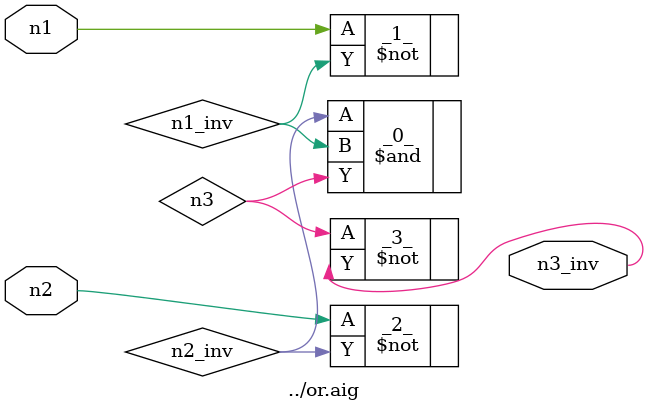
<source format=v>
/* Generated by Yosys 0.8+498 (git sha1 296ecde6, gcc 7.4.0-1ubuntu1~18.04 -fPIC -Os) */

module \../or.aig (n1, n2, n3_inv);
  input n1;
  wire n1_inv;
  input n2;
  wire n2_inv;
  wire n3;
  output n3_inv;
  \$and  #(
    .A_SIGNED(32'd0),
    .A_WIDTH(32'd1),
    .B_SIGNED(32'd0),
    .B_WIDTH(32'd1),
    .Y_WIDTH(32'd1)
  ) _0_ (
    .A(n2_inv),
    .B(n1_inv),
    .Y(n3)
  );
  \$not  #(
    .A_SIGNED(32'd0),
    .A_WIDTH(32'd1),
    .Y_WIDTH(32'd1)
  ) _1_ (
    .A(n1),
    .Y(n1_inv)
  );
  \$not  #(
    .A_SIGNED(32'd0),
    .A_WIDTH(32'd1),
    .Y_WIDTH(32'd1)
  ) _2_ (
    .A(n2),
    .Y(n2_inv)
  );
  \$not  #(
    .A_SIGNED(32'd0),
    .A_WIDTH(32'd1),
    .Y_WIDTH(32'd1)
  ) _3_ (
    .A(n3),
    .Y(n3_inv)
  );
endmodule

</source>
